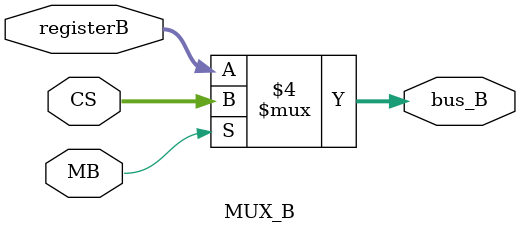
<source format=v>
`timescale 1ns / 1ps

module MUX_B(registerB,CS,MB,bus_B);
input [7 :0] registerB;
    input [7:0] CS;
    input MB;
    output reg [7:0]bus_B;
    always@(MB or registerB or CS)
    begin
        if(MB == 0)
        begin
            bus_B = registerB;
        end
       else
        begin
            bus_B = CS;
        end
        end
endmodule

</source>
